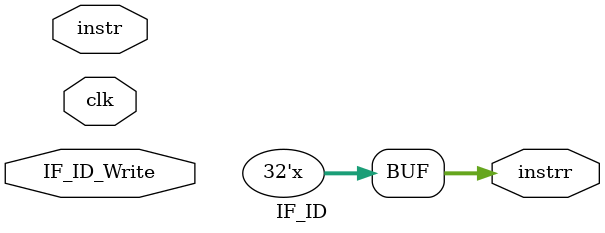
<source format=v>
module IF_ID (
    input clk,
    input [31:0] instr,
    input IF_ID_Write,

    output  reg [31:0] instrr
  );
  reg [31:0] IF_ID;
  always @(clk)     //triger when clk change
  begin
    //if no harzerds input value to the register 
    if (clk&&IF_ID_Write)  
    begin
      IF_ID=instr;
    end
    else
    begin
      instrr=IF_ID;
    end
  end
endmodule

</source>
